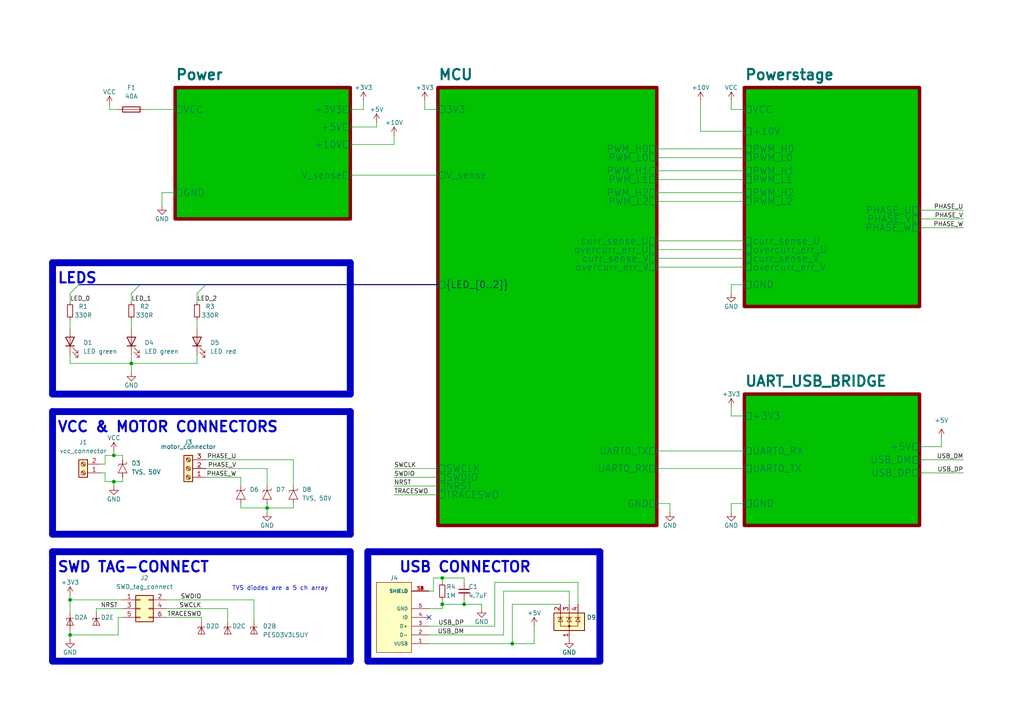
<source format=kicad_sch>
(kicad_sch (version 20211123) (generator eeschema)
  (paper "A4")
  (title_block (title "ESC - Main overview") (date "2022-07-21") (rev "1"))
  (lib_symbols
    (symbol "10118193-0001LF:10118193-0001LF" (pin_names (offset 1.016))
      (property "Reference" "J" (at -5.08 10.922 0))
      (property "Value" "10118193-0001LF" (at -5.08 -12.7 0))
      (symbol "10118193-0001LF_0_0"
        (rectangle (start -5.08 -10.16) (end 5.08 10.16) (stroke (width 0.1524)) (fill (type background)))
        (pin passive line (at -10.16 7.62 0) (length 5.08) (name "VUSB") (number "1"))
        (pin passive line (at -10.16 5.08 0) (length 5.08) (name "D-") (number "2"))
        (pin passive line (at -10.16 2.54 0) (length 5.08) (name "D+") (number "3"))
        (pin passive line (at -10.16 0 0) (length 5.08) (name "ID") (number "4"))
        (pin passive line (at -10.16 -2.54 0) (length 5.08) (name "GND") (number "5"))
        (pin passive line (at -10.16 -7.62 0) (length 5.08) (name "SHIELD") (number "S1"))
        (pin passive line (at -10.16 -7.62 0) (length 5.08) (name "SHIELD") (number "S2"))
        (pin passive line (at -10.16 -7.62 0) (length 5.08) (name "SHIELD") (number "S3"))
        (pin passive line (at -10.16 -7.62 0) (length 5.08) (name "SHIELD") (number "S4"))
        (pin passive line (at -10.16 -7.62 0) (length 5.08) (name "SHIELD") (number "S5"))
        (pin passive line (at -10.16 -7.62 0) (length 5.08) (name "SHIELD") (number "S6"))
      )
    )
    (symbol "Connector:Screw_Terminal_01x02" (pin_names (offset 1.016) hide)
      (property "Reference" "J" (at 0 2.54 0))
      (property "Value" "Screw_Terminal_01x02" (at 0 -5.08 0))
      (symbol "Screw_Terminal_01x02_1_1"
        (rectangle (start -1.27 1.27) (end 1.27 -3.81) (stroke (width 0.254)) (fill (type background)))
        (circle (center 0 -2.54) (radius 0.635) (stroke (width 0.1524)))
        (polyline (pts (xy -0.5334 -2.2098) (xy 0.3302 -3.048)) (stroke (width 0.1524)))
        (polyline (pts (xy -0.5334 0.3302) (xy 0.3302 -0.508)) (stroke (width 0.1524)))
        (polyline (pts (xy -0.3556 -2.032) (xy 0.508 -2.8702)) (stroke (width 0.1524)))
        (polyline (pts (xy -0.3556 0.508) (xy 0.508 -0.3302)) (stroke (width 0.1524)))
        (circle (center 0 0) (radius 0.635) (stroke (width 0.1524)))
        (pin passive line (at -5.08 0 0) (length 3.81) (name "Pin_1") (number "1"))
        (pin passive line (at -5.08 -2.54 0) (length 3.81) (name "Pin_2") (number "2"))
      )
    )
    (symbol "Connector:Screw_Terminal_01x03" (pin_names (offset 1.016) hide)
      (property "Reference" "J" (at 0 5.08 0))
      (property "Value" "Screw_Terminal_01x03" (at 0 -5.08 0))
      (symbol "Screw_Terminal_01x03_1_1"
        (rectangle (start -1.27 3.81) (end 1.27 -3.81) (stroke (width 0.254)) (fill (type background)))
        (circle (center 0 -2.54) (radius 0.635) (stroke (width 0.1524)))
        (polyline (pts (xy -0.5334 -2.2098) (xy 0.3302 -3.048)) (stroke (width 0.1524)))
        (polyline (pts (xy -0.5334 0.3302) (xy 0.3302 -0.508)) (stroke (width 0.1524)))
        (polyline (pts (xy -0.5334 2.8702) (xy 0.3302 2.032)) (stroke (width 0.1524)))
        (polyline (pts (xy -0.3556 -2.032) (xy 0.508 -2.8702)) (stroke (width 0.1524)))
        (polyline (pts (xy -0.3556 0.508) (xy 0.508 -0.3302)) (stroke (width 0.1524)))
        (polyline (pts (xy -0.3556 3.048) (xy 0.508 2.2098)) (stroke (width 0.1524)))
        (circle (center 0 0) (radius 0.635) (stroke (width 0.1524)))
        (circle (center 0 2.54) (radius 0.635) (stroke (width 0.1524)))
        (pin passive line (at -5.08 2.54 0) (length 3.81) (name "Pin_1") (number "1"))
        (pin passive line (at -5.08 0 0) (length 3.81) (name "Pin_2") (number "2"))
        (pin passive line (at -5.08 -2.54 0) (length 3.81) (name "Pin_3") (number "3"))
      )
    )
    (symbol "Connector_Generic:Conn_02x03_Odd_Even" (pin_names (offset 1.016) hide)
      (property "Reference" "J" (at 1.27 5.08 0))
      (property "Value" "Conn_02x03_Odd_Even" (at 1.27 -5.08 0))
      (symbol "Conn_02x03_Odd_Even_1_1"
        (rectangle (start -1.27 -2.413) (end 0 -2.667) (stroke (width 0.1524)))
        (rectangle (start -1.27 0.127) (end 0 -0.127) (stroke (width 0.1524)))
        (rectangle (start -1.27 2.667) (end 0 2.413) (stroke (width 0.1524)))
        (rectangle (start -1.27 3.81) (end 3.81 -3.81) (stroke (width 0.254)) (fill (type background)))
        (rectangle (start 3.81 -2.413) (end 2.54 -2.667) (stroke (width 0.1524)))
        (rectangle (start 3.81 0.127) (end 2.54 -0.127) (stroke (width 0.1524)))
        (rectangle (start 3.81 2.667) (end 2.54 2.413) (stroke (width 0.1524)))
        (pin passive line (at -5.08 2.54 0) (length 3.81) (name "Pin_1") (number "1"))
        (pin passive line (at 7.62 2.54 180) (length 3.81) (name "Pin_2") (number "2"))
        (pin passive line (at -5.08 0 0) (length 3.81) (name "Pin_3") (number "3"))
        (pin passive line (at 7.62 0 180) (length 3.81) (name "Pin_4") (number "4"))
        (pin passive line (at -5.08 -2.54 0) (length 3.81) (name "Pin_5") (number "5"))
        (pin passive line (at 7.62 -2.54 180) (length 3.81) (name "Pin_6") (number "6"))
      )
    )
    (symbol "Device:C_Small" (pin_numbers hide) (pin_names (offset 0.254) hide)
      (property "Reference" "C" (at 0.254 1.778 0))
      (property "Value" "C_Small" (at 0.254 -2.032 0))
      (symbol "C_Small_0_1"
        (polyline (pts (xy -1.524 -0.508) (xy 1.524 -0.508)) (stroke (width 0.3302)))
        (polyline (pts (xy -1.524 0.508) (xy 1.524 0.508)) (stroke (width 0.3048)))
      )
      (symbol "C_Small_1_1"
        (pin passive line (at 0 2.54 270) (length 2.032) (name "~") (number "1"))
        (pin passive line (at 0 -2.54 90) (length 2.032) (name "~") (number "2"))
      )
    )
    (symbol "Device:Fuse" (pin_numbers hide) (pin_names (offset 0))
      (property "Reference" "F" (at 2.032 0 90))
      (property "Value" "Fuse" (at -1.905 0 90))
      (symbol "Fuse_0_1"
        (rectangle (start -0.762 -2.54) (end 0.762 2.54) (stroke (width 0.254)))
        (polyline (pts (xy 0 2.54) (xy 0 -2.54)))
      )
      (symbol "Fuse_1_1"
        (pin passive line (at 0 3.81 270) (length 1.27) (name "~") (number "1"))
        (pin passive line (at 0 -3.81 90) (length 1.27) (name "~") (number "2"))
      )
    )
    (symbol "Device:LED" (pin_numbers hide) (pin_names (offset 1.016) hide)
      (property "Reference" "D" (at 0 2.54 0))
      (property "Value" "LED" (at 0 -2.54 0))
      (symbol "LED_0_1"
        (polyline (pts (xy -1.27 -1.27) (xy -1.27 1.27)) (stroke (width 0.254)))
        (polyline (pts (xy -1.27 0) (xy 1.27 0)))
        (polyline (pts (xy 1.27 -1.27) (xy 1.27 1.27) (xy -1.27 0) (xy 1.27 -1.27)) (stroke (width 0.254)))
        (polyline (pts (xy -3.048 -0.762) (xy -4.572 -2.286) (xy -3.81 -2.286) (xy -4.572 -2.286) (xy -4.572 -1.524)))
        (polyline (pts (xy -1.778 -0.762) (xy -3.302 -2.286) (xy -2.54 -2.286) (xy -3.302 -2.286) (xy -3.302 -1.524)))
      )
      (symbol "LED_1_1"
        (pin passive line (at -3.81 0 0) (length 2.54) (name "K") (number "1"))
        (pin passive line (at 3.81 0 180) (length 2.54) (name "A") (number "2"))
      )
    )
    (symbol "Device:R_Small" (pin_numbers hide) (pin_names (offset 0.254) hide)
      (property "Reference" "R" (at 0.762 0.508 0))
      (property "Value" "R_Small" (at 0.762 -1.016 0))
      (symbol "R_Small_0_1"
        (rectangle (start -0.762 1.778) (end 0.762 -1.778) (stroke (width 0.2032)))
      )
      (symbol "R_Small_1_1"
        (pin passive line (at 0 2.54 270) (length 0.762) (name "~") (number "1"))
        (pin passive line (at 0 -2.54 90) (length 0.762) (name "~") (number "2"))
      )
    )
    (symbol "Power_Protection:PESD3V3L5UY" (pin_numbers hide) (pin_names hide)
      (property "Reference" "D" (at 0 2.54 0))
      (property "Value" "PESD3V3L5UY" (at 0 -2.54 0))
      (symbol "PESD3V3L5UY_0_1"
        (polyline (pts (xy -1.016 0) (xy 1.016 0)))
        (polyline (pts (xy -1.016 1.016) (xy -1.016 -1.016) (xy -0.508 -1.016)))
        (polyline (pts (xy 1.016 1.016) (xy -1.016 0) (xy 1.016 -1.016) (xy 1.016 1.016)))
      )
      (symbol "PESD3V3L5UY_1_1"
        (pin passive line (at -2.54 0 0) (length 2.54) (name "K1") (number "1"))
        (pin passive line (at 2.54 0 180) (length 2.54) (name "A") (number "2"))
      )
      (symbol "PESD3V3L5UY_2_1"
        (pin passive line (at -2.54 0 0) (length 2.54) (name "K2") (number "3"))
      )
      (symbol "PESD3V3L5UY_3_1"
        (pin passive line (at -2.54 0 0) (length 2.54) (name "K3") (number "4"))
      )
      (symbol "PESD3V3L5UY_4_1"
        (pin passive line (at -2.54 0 0) (length 2.54) (name "K4") (number "5"))
      )
      (symbol "PESD3V3L5UY_5_1"
        (pin passive line (at -2.54 0 0) (length 2.54) (name "K5") (number "6"))
      )
    )
    (symbol "Power_Protection:SP0503BAHT" (pin_names hide)
      (property "Reference" "D" (at 5.715 2.54 0))
      (property "Value" "SP0503BAHT" (at 5.715 0.635 0))
      (symbol "SP0503BAHT_0_0"
        (pin passive line (at 0 -5.08 90) (length 2.54) (name "A") (number "1"))
      )
      (symbol "SP0503BAHT_0_1"
        (rectangle (start -4.445 2.54) (end 4.445 -2.54) (stroke (width 0.254)) (fill (type background)))
        (circle (center 0 -1.27) (radius 0.254) (fill (type outline)))
        (polyline (pts (xy -2.54 2.54) (xy -2.54 1.27)))
        (polyline (pts (xy 0 -1.27) (xy 0 -2.54)))
        (polyline (pts (xy 0 -1.27) (xy 0 1.27)))
        (polyline (pts (xy 0 2.54) (xy 0 1.27)))
        (polyline (pts (xy 0.635 1.27) (xy 0.762 1.27)))
        (polyline (pts (xy 2.54 2.54) (xy 2.54 1.27)))
        (polyline (pts (xy 0.635 1.27) (xy -0.762 1.27) (xy -0.762 1.016)))
        (polyline (pts (xy -3.302 1.016) (xy -3.302 1.27) (xy -1.905 1.27) (xy -1.778 1.27)))
        (polyline (pts (xy -2.54 1.27) (xy -2.54 -1.27) (xy 2.54 -1.27) (xy 2.54 1.27)))
        (polyline (pts (xy -2.54 1.27) (xy -1.905 0) (xy -3.175 0) (xy -2.54 1.27)))
        (polyline (pts (xy 0.635 0) (xy -0.635 0) (xy 0 1.27) (xy 0.635 0)))
        (polyline (pts (xy 1.778 1.016) (xy 1.778 1.27) (xy 3.175 1.27) (xy 3.302 1.27)))
        (polyline (pts (xy 2.54 1.27) (xy 1.905 0) (xy 3.175 0) (xy 2.54 1.27)))
      )
      (symbol "SP0503BAHT_1_1"
        (pin passive line (at -2.54 5.08 270) (length 2.54) (name "K") (number "2"))
        (pin passive line (at 0 5.08 270) (length 2.54) (name "K") (number "3"))
        (pin passive line (at 2.54 5.08 270) (length 2.54) (name "K") (number "4"))
      )
    )
    (symbol "power:+10V" (power) (pin_names (offset 0))
      (property "Value" "+10V" (at 0 3.556 0))
      (symbol "+10V_0_1"
        (polyline (pts (xy -0.762 1.27) (xy 0 2.54)))
        (polyline (pts (xy 0 0) (xy 0 2.54)))
        (polyline (pts (xy 0 2.54) (xy 0.762 1.27)))
      )
      (symbol "+10V_1_1"
        (pin power_in line (at 0 0 90) (length 0) hide (name "+10V") (number "1"))
      )
    )
    (symbol "power:+3V3" (power) (pin_names (offset 0))
      (property "Value" "+3V3" (at 0 3.556 0))
      (symbol "+3V3_0_1"
        (polyline (pts (xy -0.762 1.27) (xy 0 2.54)))
        (polyline (pts (xy 0 0) (xy 0 2.54)))
        (polyline (pts (xy 0 2.54) (xy 0.762 1.27)))
      )
      (symbol "+3V3_1_1"
        (pin power_in line (at 0 0 90) (length 0) hide (name "+3V3") (number "1"))
      )
    )
    (symbol "power:+5V" (power) (pin_names (offset 0))
      (property "Value" "+5V" (at 0 3.556 0))
      (symbol "+5V_0_1"
        (polyline (pts (xy -0.762 1.27) (xy 0 2.54)))
        (polyline (pts (xy 0 0) (xy 0 2.54)))
        (polyline (pts (xy 0 2.54) (xy 0.762 1.27)))
      )
      (symbol "+5V_1_1"
        (pin power_in line (at 0 0 90) (length 0) hide (name "+5V") (number "1"))
      )
    )
    (symbol "power:GND" (power) (pin_names (offset 0))
      (property "Value" "GND" (at 0 -3.81 0))
      (symbol "GND_0_1"
        (polyline (pts (xy 0 0) (xy 0 -1.27) (xy 1.27 -1.27) (xy 0 -2.54) (xy -1.27 -1.27) (xy 0 -1.27)))
      )
      (symbol "GND_1_1"
        (pin power_in line (at 0 0 270) (length 0) hide (name "GND") (number "1"))
      )
    )
    (symbol "power:VCC" (power) (pin_names (offset 0))
      (property "Value" "VCC" (at 0 3.81 0))
      (symbol "VCC_0_1"
        (polyline (pts (xy -0.762 1.27) (xy 0 2.54)))
        (polyline (pts (xy 0 0) (xy 0 2.54)))
        (polyline (pts (xy 0 2.54) (xy 0.762 1.27)))
      )
      (symbol "VCC_1_1"
        (pin power_in line (at 0 0 90) (length 0) hide (name "VCC") (number "1"))
      )
    )
    (symbol "tvs_diode:TVS_diode" (pin_numbers hide) (pin_names (offset 0) hide)
      (property "Reference" "D" (at 0 5.08 0))
      (property "Value" "TVS_diode" (at 0 3.81 0))
      (symbol "TVS_diode_0_1"
        (polyline (pts (xy -1.27 0) (xy -1.27 -1.016)))
        (polyline (pts (xy -1.27 0) (xy -1.27 1.016)))
        (polyline (pts (xy -1.27 0) (xy 1.27 -1.27)))
        (polyline (pts (xy -1.27 0) (xy 1.27 1.27)))
        (polyline (pts (xy -1.27 1.016) (xy -1.778 1.27)))
        (polyline (pts (xy -0.762 -1.27) (xy -1.27 -1.016)))
        (polyline (pts (xy 1.27 -1.27) (xy 1.27 1.27)))
      )
      (symbol "TVS_diode_1_1"
        (pin passive line (at -2.54 0 0) (length 1.27) (name "1") (number "1"))
        (pin passive line (at 2.54 0 180) (length 1.27) (name "2") (number "2"))
      )
    )
  )
  (junction (at 33.02 132.08))
  (junction (at 128.27 167.64))
  (junction (at 20.32 184.15))
  (junction (at 128.27 175.26))
  (junction (at 77.47 147.32))
  (junction (at 38.1 105.41))
  (junction (at 33.02 139.7))
  (junction (at 148.59 186.69))
  (junction (at 134.62 175.26))
  (junction (at 20.32 173.99))
  (no_connect (at 124.46 179.07))
  (bus_entry (at 40.64 82.55) (size -2.54 2.54))
  (bus_entry (at 59.69 82.55) (size -2.54 2.54))
  (bus_entry (at 22.86 82.55) (size -2.54 2.54))
  (wire (pts (xy 123.19 31.75) (xy 123.19 29.21)))
  (wire (pts (xy 148.59 175.26) (xy 148.59 186.69)))
  (wire (pts (xy 273.05 129.54) (xy 273.05 127)))
  (wire (pts (xy 127 143.51) (xy 114.3 143.51)))
  (wire (pts (xy 58.42 180.34) (xy 58.42 179.07)))
  (wire (pts (xy 194.31 148.59) (xy 194.31 146.05)))
  (wire (pts (xy 190.5 135.89) (xy 215.9 135.89)))
  (polyline (pts (xy 101.6 114.3) (xy 15.24 114.3)) (stroke (width 2) (type solid)))
  (wire (pts (xy 266.7 137.16) (xy 279.4 137.16)))
  (wire (pts (xy 190.5 49.53) (xy 215.9 49.53)))
  (wire (pts (xy 134.62 167.64) (xy 128.27 167.64)))
  (wire (pts (xy 128.27 167.64) (xy 128.27 168.91)))
  (wire (pts (xy 38.1 92.71) (xy 38.1 95.25)))
  (wire (pts (xy 124.46 171.45) (xy 125.73 171.45)))
  (wire (pts (xy 85.09 133.35) (xy 85.09 140.97)))
  (wire (pts (xy 20.32 172.72) (xy 20.32 173.99)))
  (wire (pts (xy 41.91 31.75) (xy 50.8 31.75)))
  (wire (pts (xy 30.48 139.7) (xy 33.02 139.7)))
  (wire (pts (xy 215.9 38.1) (xy 203.2 38.1)))
  (wire (pts (xy 50.8 55.88) (xy 46.99 55.88)))
  (wire (pts (xy 146.05 171.45) (xy 165.1 171.45)))
  (polyline (pts (xy 101.6 119.38) (xy 101.6 154.94)) (stroke (width 2) (type solid)))
  (polyline (pts (xy 101.6 154.94) (xy 15.24 154.94)) (stroke (width 2) (type solid)))
  (wire (pts (xy 20.32 85.09) (xy 20.32 87.63)))
  (wire (pts (xy 35.56 139.7) (xy 33.02 139.7)))
  (wire (pts (xy 105.41 31.75) (xy 101.6 31.75)))
  (wire (pts (xy 114.3 138.43) (xy 127 138.43)))
  (wire (pts (xy 38.1 105.41) (xy 20.32 105.41)))
  (wire (pts (xy 77.47 140.97) (xy 77.47 135.89)))
  (wire (pts (xy 30.48 134.62) (xy 30.48 132.08)))
  (wire (pts (xy 154.94 186.69) (xy 154.94 181.61)))
  (wire (pts (xy 101.6 41.91) (xy 114.3 41.91)))
  (wire (pts (xy 30.48 132.08) (xy 33.02 132.08)))
  (wire (pts (xy 34.29 179.07) (xy 35.56 179.07)))
  (bus (pts (xy 40.64 82.55) (xy 59.69 82.55)))
  (wire (pts (xy 190.5 77.47) (xy 215.9 77.47)))
  (wire (pts (xy 203.2 29.21) (xy 203.2 38.1)))
  (wire (pts (xy 34.29 31.75) (xy 31.75 31.75)))
  (wire (pts (xy 20.32 95.25) (xy 20.32 92.71)))
  (wire (pts (xy 143.51 168.91) (xy 167.64 168.91)))
  (wire (pts (xy 162.56 175.26) (xy 148.59 175.26)))
  (wire (pts (xy 57.15 92.71) (xy 57.15 95.25)))
  (wire (pts (xy 20.32 184.15) (xy 34.29 184.15)))
  (wire (pts (xy 124.46 184.15) (xy 146.05 184.15)))
  (polyline (pts (xy 106.68 191.77) (xy 173.99 191.77)) (stroke (width 2) (type solid)))
  (wire (pts (xy 128.27 176.53) (xy 128.27 175.26)))
  (wire (pts (xy 128.27 175.26) (xy 134.62 175.26)))
  (wire (pts (xy 30.48 137.16) (xy 30.48 139.7)))
  (wire (pts (xy 190.5 146.05) (xy 194.31 146.05)))
  (wire (pts (xy 167.64 168.91) (xy 167.64 175.26)))
  (wire (pts (xy 33.02 132.08) (xy 33.02 130.81)))
  (wire (pts (xy 57.15 105.41) (xy 57.15 102.87)))
  (polyline (pts (xy 101.6 191.77) (xy 15.24 191.77)) (stroke (width 2) (type solid)))
  (polyline (pts (xy 15.24 119.38) (xy 15.24 154.94)) (stroke (width 2) (type solid)))
  (bus (pts (xy 22.86 82.55) (xy 40.64 82.55)))
  (wire (pts (xy 57.15 85.09) (xy 57.15 87.63)))
  (wire (pts (xy 139.7 175.26) (xy 134.62 175.26)))
  (polyline (pts (xy 106.68 160.02) (xy 106.68 191.77)) (stroke (width 2) (type solid)))
  (wire (pts (xy 215.9 82.55) (xy 212.09 82.55)))
  (wire (pts (xy 190.5 69.85) (xy 215.9 69.85)))
  (wire (pts (xy 20.32 173.99) (xy 20.32 177.8)))
  (wire (pts (xy 114.3 140.97) (xy 127 140.97)))
  (wire (pts (xy 59.69 133.35) (xy 85.09 133.35)))
  (wire (pts (xy 212.09 120.65) (xy 215.9 120.65)))
  (wire (pts (xy 77.47 147.32) (xy 69.85 147.32)))
  (wire (pts (xy 190.5 55.88) (xy 215.9 55.88)))
  (polyline (pts (xy 101.6 160.02) (xy 101.6 191.77)) (stroke (width 2) (type solid)))
  (wire (pts (xy 190.5 74.93) (xy 215.9 74.93)))
  (wire (pts (xy 114.3 39.37) (xy 114.3 41.91)))
  (wire (pts (xy 215.9 146.05) (xy 212.09 146.05)))
  (wire (pts (xy 35.56 133.35) (xy 35.56 132.08)))
  (wire (pts (xy 59.69 135.89) (xy 77.47 135.89)))
  (wire (pts (xy 35.56 132.08) (xy 33.02 132.08)))
  (wire (pts (xy 134.62 168.91) (xy 134.62 167.64)))
  (wire (pts (xy 190.5 130.81) (xy 215.9 130.81)))
  (wire (pts (xy 20.32 105.41) (xy 20.32 102.87)))
  (wire (pts (xy 48.26 179.07) (xy 58.42 179.07)))
  (wire (pts (xy 212.09 146.05) (xy 212.09 148.59)))
  (wire (pts (xy 124.46 186.69) (xy 148.59 186.69)))
  (wire (pts (xy 20.32 182.88) (xy 20.32 184.15)))
  (wire (pts (xy 34.29 179.07) (xy 34.29 184.15)))
  (polyline (pts (xy 15.24 160.02) (xy 15.24 191.77)) (stroke (width 2) (type solid)))
  (wire (pts (xy 77.47 146.05) (xy 77.47 147.32)))
  (polyline (pts (xy 173.99 160.02) (xy 106.68 160.02)) (stroke (width 2) (type solid)))
  (wire (pts (xy 66.04 180.34) (xy 66.04 176.53)))
  (wire (pts (xy 20.32 184.15) (xy 20.32 185.42)))
  (wire (pts (xy 77.47 147.32) (xy 77.47 148.59)))
  (wire (pts (xy 212.09 29.21) (xy 212.09 31.75)))
  (polyline (pts (xy 173.99 191.77) (xy 173.99 160.02)) (stroke (width 2) (type solid)))
  (wire (pts (xy 109.22 35.56) (xy 109.22 36.83)))
  (wire (pts (xy 165.1 171.45) (xy 165.1 175.26)))
  (polyline (pts (xy 15.24 76.2) (xy 101.6 76.2)) (stroke (width 2) (type solid)))
  (wire (pts (xy 124.46 176.53) (xy 128.27 176.53)))
  (polyline (pts (xy 101.6 160.02) (xy 15.24 160.02)) (stroke (width 2) (type solid)))
  (wire (pts (xy 127 31.75) (xy 123.19 31.75)))
  (wire (pts (xy 105.41 29.21) (xy 105.41 31.75)))
  (wire (pts (xy 73.66 173.99) (xy 73.66 180.34)))
  (polyline (pts (xy 101.6 119.38) (xy 15.24 119.38)) (stroke (width 2) (type solid)))
  (wire (pts (xy 139.7 176.53) (xy 139.7 175.26)))
  (wire (pts (xy 38.1 102.87) (xy 38.1 105.41)))
  (wire (pts (xy 128.27 167.64) (xy 125.73 167.64)))
  (wire (pts (xy 134.62 175.26) (xy 134.62 173.99)))
  (wire (pts (xy 33.02 140.97) (xy 33.02 139.7)))
  (wire (pts (xy 190.5 52.07) (xy 215.9 52.07)))
  (wire (pts (xy 212.09 31.75) (xy 215.9 31.75)))
  (wire (pts (xy 46.99 55.88) (xy 46.99 59.69)))
  (wire (pts (xy 20.32 173.99) (xy 35.56 173.99)))
  (wire (pts (xy 266.7 133.35) (xy 279.4 133.35)))
  (wire (pts (xy 266.7 60.96) (xy 279.4 60.96)))
  (wire (pts (xy 266.7 63.5) (xy 279.4 63.5)))
  (bus (pts (xy 59.69 82.55) (xy 127 82.55)))
  (wire (pts (xy 38.1 85.09) (xy 38.1 87.63)))
  (wire (pts (xy 85.09 147.32) (xy 85.09 146.05)))
  (wire (pts (xy 27.94 176.53) (xy 27.94 177.8)))
  (wire (pts (xy 38.1 105.41) (xy 57.15 105.41)))
  (wire (pts (xy 190.5 45.72) (xy 215.9 45.72)))
  (wire (pts (xy 212.09 82.55) (xy 212.09 85.09)))
  (wire (pts (xy 128.27 175.26) (xy 128.27 173.99)))
  (wire (pts (xy 190.5 43.18) (xy 215.9 43.18)))
  (wire (pts (xy 190.5 58.42) (xy 215.9 58.42)))
  (wire (pts (xy 31.75 31.75) (xy 31.75 30.48)))
  (wire (pts (xy 114.3 135.89) (xy 127 135.89)))
  (wire (pts (xy 148.59 186.69) (xy 154.94 186.69)))
  (wire (pts (xy 125.73 167.64) (xy 125.73 171.45)))
  (wire (pts (xy 29.21 134.62) (xy 30.48 134.62)))
  (wire (pts (xy 59.69 138.43) (xy 69.85 138.43)))
  (wire (pts (xy 35.56 138.43) (xy 35.56 139.7)))
  (wire (pts (xy 143.51 168.91) (xy 143.51 181.61)))
  (wire (pts (xy 48.26 176.53) (xy 66.04 176.53)))
  (polyline (pts (xy 101.6 76.2) (xy 101.6 114.3)) (stroke (width 2) (type solid)))
  (wire (pts (xy 29.21 137.16) (xy 30.48 137.16)))
  (wire (pts (xy 69.85 147.32) (xy 69.85 146.05)))
  (wire (pts (xy 190.5 72.39) (xy 215.9 72.39)))
  (wire (pts (xy 146.05 171.45) (xy 146.05 184.15)))
  (wire (pts (xy 48.26 173.99) (xy 73.66 173.99)))
  (wire (pts (xy 101.6 36.83) (xy 109.22 36.83)))
  (wire (pts (xy 266.7 129.54) (xy 273.05 129.54)))
  (wire (pts (xy 101.6 50.8) (xy 127 50.8)))
  (wire (pts (xy 212.09 120.65) (xy 212.09 118.11)))
  (wire (pts (xy 69.85 138.43) (xy 69.85 140.97)))
  (wire (pts (xy 27.94 176.53) (xy 35.56 176.53)))
  (wire (pts (xy 266.7 66.04) (xy 279.4 66.04)))
  (wire (pts (xy 77.47 147.32) (xy 85.09 147.32)))
  (wire (pts (xy 124.46 181.61) (xy 143.51 181.61)))
  (polyline (pts (xy 15.24 76.2) (xy 15.24 114.3)) (stroke (width 2) (type solid)))
  (wire (pts (xy 38.1 105.41) (xy 38.1 107.95)))
  (text "USB CONNECTOR" (at 115.57 166.37 0) (effects (font (size 3 3) (thickness 0.6) bold) (justify left bottom)))
  (text "VCC & MOTOR CONNECTORS" (at 16.51 125.73 0) (effects (font (size 3 3) bold) (justify left bottom)))
  (text "LEDS" (at 16.51 82.55 0) (effects (font (size 3 3) (thickness 0.6) bold) (justify left bottom)))
  (text "SWD TAG-CONNECT" (at 16.51 166.37 0) (effects (font (size 3 3) bold) (justify left bottom)))
  (text "TVS diodes are a 5 ch array" (at 67.31 171.45 0) (effects (font (size 1.27 1.27)) (justify left bottom)))
  (label "SWCLK" (at 114.3 135.89 0))
  (label "LED_1" (at 38.1 87.63 0))
  (label "SWCLK" (at 58.42 176.53 180))
  (label "PHASE_V" (at 279.4 63.5 180))
  (label "PHASE_U" (at 68.58 133.35 180))
  (label "SWDIO" (at 114.3 138.43 0))
  (label "PHASE_W" (at 68.58 138.43 180))
  (label "LED_0" (at 20.32 87.63 0))
  (label "PHASE_V" (at 68.58 135.89 180))
  (label "NRST" (at 29.21 176.53 0))
  (label "PHASE_U" (at 279.4 60.96 180))
  (label "USB_DP" (at 134.62 181.61 180))
  (label "NRST" (at 114.3 140.97 0))
  (label "SWDIO" (at 58.42 173.99 180))
  (label "PHASE_W" (at 279.4 66.04 180))
  (label "TRACESWO" (at 114.3 143.51 0))
  (label "USB_DM" (at 134.62 184.15 180))
  (label "USB_DM" (at 279.4 133.35 180))
  (label "USB_DP" (at 279.4 137.16 180))
  (label "TRACESWO" (at 58.42 179.07 180))
  (label "LED_2" (at 57.15 87.63 0))
  (symbol (lib_id "power:+5V") (at 154.94 181.61 0) (unit 1)
    (property "Reference" "#PWR014" (effects hide))
    (property "Value" "+5V" (at 154.94 177.8 0))
  )
  (symbol (lib_id "Connector_Generic:Conn_02x03_Odd_Even") (at 40.64 176.53 0) (unit 1)
    (property "Reference" "J2" (at 41.91 167.64 0))
    (property "Value" "SWD_tag_connect" (at 41.91 170.18 0))
    (property "Footprint" "Connector:Tag-Connect_TC2030-IDC-FP_2x03_P1.27mm_Vertical" (effects hide))
  )
  (symbol (lib_id "tvs_diode:TVS_diode") (at 85.09 143.51 270) (unit 1)
    (property "Reference" "D8" (at 87.63 141.9859 90) (effects (justify left)))
    (property "Value" "TVS, 50V" (at 87.63 144.5259 90) (effects (justify left)))
    (property "Footprint" "Diode_SMD:D_SMA" (effects hide))
  )
  (symbol (lib_id "power:GND") (at 212.09 148.59 0) (unit 1)
    (property "Reference" "#PWR021" (effects hide))
    (property "Value" "GND" (at 212.09 152.4 0))
  )
  (symbol (lib_id "Device:LED") (at 38.1 99.06 90) (unit 1)
    (property "Reference" "D4" (at 41.91 99.3774 90) (effects (justify right)))
    (property "Value" "LED green" (at 41.91 101.9174 90) (effects (justify right)))
    (property "Footprint" "LED_SMD:LED_0603_1608Metric" (effects hide))
  )
  (symbol (lib_id "power:VCC") (at 33.02 130.81 0) (unit 1)
    (property "Reference" "#PWR04" (effects hide))
    (property "Value" "VCC" (at 33.02 127 0))
  )
  (symbol (lib_id "Power_Protection:PESD3V3L5UY") (at 58.42 182.88 270) (unit 4)
    (property "Reference" "D2" (at 59.69 181.61 90) (effects (justify left)))
    (property "Value" "PESD3V3L5UY" (effects hide))
    (property "Footprint" "Package_TO_SOT_SMD:SOT-363_SC-70-6" (effects hide))
    (property "Datasheet" "https://assets.nexperia.com/documents/data-sheet/PESDXL5UF_V_Y.pdf" (effects hide))
  )
  (symbol (lib_id "power:+3V3") (at 212.09 118.11 0) (unit 1)
    (property "Reference" "#PWR020" (effects hide))
    (property "Value" "+3V3" (at 212.09 114.3 0))
  )
  (symbol (lib_id "power:GND") (at 20.32 185.42 0) (unit 1)
    (property "Reference" "#PWR02" (effects hide))
    (property "Value" "GND" (at 20.32 189.23 0))
  )
  (symbol (lib_id "10118193-0001LF:10118193-0001LF") (at 114.3 179.07 180) (unit 1)
    (property "Reference" "J4" (at 114.3 167.64 0))
    (property "Value" "10118193-0001LF" (effects hide))
    (property "Footprint" "10118193-0001LF:FCI_10118193-0001LF" (effects hide))
    (property "DESCRIPTION" "Single Port 5 Contact Shielded SMT MICRO USB B-Type Receptacle" (effects hide))
    (property "MF" "Amphenol FCI" (effects hide))
    (property "AVAILABILITY" "Unavailable" (effects hide))
    (property "PACKAGE" "None" (effects hide))
    (property "MP" "10118193-0001LF" (effects hide))
    (property "PRICE" "None" (effects hide))
  )
  (symbol (lib_id "power:+10V") (at 203.2 29.21 0) (unit 1)
    (property "Reference" "#PWR017" (effects hide))
    (property "Value" "+10V" (at 203.2 25.4 0))
  )
  (symbol (lib_id "power:GND") (at 33.02 140.97 0) (unit 1)
    (property "Reference" "#PWR05" (effects hide))
    (property "Value" "GND" (at 33.02 144.78 0))
  )
  (symbol (lib_id "power:GND") (at 212.09 85.09 0) (unit 1)
    (property "Reference" "#PWR019" (effects hide))
    (property "Value" "GND" (at 212.09 88.9 0))
  )
  (symbol (lib_id "Power_Protection:PESD3V3L5UY") (at 20.32 180.34 270) (unit 1)
    (property "Reference" "D2" (at 21.59 179.07 90) (effects (justify left)))
    (property "Value" "PESD3V3L5UY" (effects hide))
    (property "Footprint" "Package_TO_SOT_SMD:SOT-363_SC-70-6" (effects hide))
    (property "Datasheet" "https://assets.nexperia.com/documents/data-sheet/PESDXL5UF_V_Y.pdf" (effects hide))
  )
  (symbol (lib_id "Device:R_Small") (at 38.1 90.17 0) (unit 1)
    (property "Reference" "R2" (at 41.91 88.9 0))
    (property "Value" "330R" (at 41.91 91.44 0))
    (property "Footprint" "Resistor_SMD:R_0603_1608Metric" (effects hide))
  )
  (symbol (lib_id "Connector:Screw_Terminal_01x02") (at 24.13 137.16 180) (unit 1)
    (property "Reference" "J1" (at 24.13 128.27 0))
    (property "Value" "vcc_connector" (at 24.13 130.81 0))
    (property "Footprint" "1714955:1714955" (effects hide))
    (property "Part no" "1714955" (effects hide))
  )
  (symbol (lib_id "tvs_diode:TVS_diode") (at 77.47 143.51 270) (unit 1)
    (property "Reference" "D7" (at 80.01 141.9859 90) (effects (justify left)))
    (property "Value" "TVS, 50V" (effects hide))
    (property "Footprint" "Diode_SMD:D_SMA" (effects hide))
  )
  (symbol (lib_id "power:GND") (at 194.31 148.59 0) (unit 1)
    (property "Reference" "#PWR016" (effects hide))
    (property "Value" "GND" (at 194.31 152.4 0))
  )
  (symbol (lib_id "power:+5V") (at 273.05 127 0) (unit 1)
    (property "Reference" "#PWR022" (effects hide))
    (property "Value" "+5V" (at 273.05 121.92 0))
  )
  (symbol (lib_id "power:GND") (at 46.99 59.69 0) (unit 1)
    (property "Reference" "#PWR07" (effects hide))
    (property "Value" "GND" (at 46.99 63.5 0))
  )
  (symbol (lib_id "power:VCC") (at 212.09 29.21 0) (unit 1)
    (property "Reference" "#PWR018" (effects hide))
    (property "Value" "VCC" (at 212.09 25.4 0))
  )
  (symbol (lib_id "power:GND") (at 77.47 148.59 0) (unit 1)
    (property "Reference" "#PWR08" (effects hide))
    (property "Value" "GND" (at 77.47 152.4 0))
  )
  (symbol (lib_id "Power_Protection:PESD3V3L5UY") (at 66.04 182.88 270) (unit 3)
    (property "Reference" "D2" (at 67.31 181.61 90) (effects (justify left)))
    (property "Value" "PESD3V3L5UY" (effects hide))
    (property "Footprint" "Package_TO_SOT_SMD:SOT-363_SC-70-6" (effects hide))
    (property "Datasheet" "https://assets.nexperia.com/documents/data-sheet/PESDXL5UF_V_Y.pdf" (effects hide))
  )
  (symbol (lib_id "power:GND") (at 139.7 176.53 0) (unit 1)
    (property "Reference" "#PWR013" (effects hide))
    (property "Value" "GND" (at 139.7 180.34 0))
  )
  (symbol (lib_id "Device:LED") (at 20.32 99.06 90) (unit 1)
    (property "Reference" "D1" (at 24.13 99.3774 90) (effects (justify right)))
    (property "Value" "LED green" (at 24.13 101.9174 90) (effects (justify right)))
    (property "Footprint" "LED_SMD:LED_0603_1608Metric" (effects hide))
  )
  (symbol (lib_id "Device:R_Small") (at 57.15 90.17 0) (unit 1)
    (property "Reference" "R3" (at 60.96 88.9 0))
    (property "Value" "330R" (at 60.96 91.44 0))
    (property "Footprint" "Resistor_SMD:R_0603_1608Metric" (effects hide))
  )
  (symbol (lib_id "Device:LED") (at 57.15 99.06 90) (unit 1)
    (property "Reference" "D5" (at 60.96 99.3774 90) (effects (justify right)))
    (property "Value" "LED red" (at 60.96 101.9174 90) (effects (justify right)))
    (property "Footprint" "LED_SMD:LED_0603_1608Metric" (effects hide))
  )
  (symbol (lib_id "power:GND") (at 165.1 185.42 0) (unit 1)
    (property "Reference" "#PWR015" (effects hide))
    (property "Value" "GND" (at 165.1 189.23 0))
  )
  (symbol (lib_id "power:+3V3") (at 105.41 29.21 0) (unit 1)
    (property "Reference" "#PWR09" (effects hide))
    (property "Value" "+3V3" (at 105.41 25.4 0))
  )
  (symbol (lib_id "Power_Protection:PESD3V3L5UY") (at 27.94 180.34 270) (unit 5)
    (property "Reference" "D2" (at 29.21 179.07 90) (effects (justify left)))
    (property "Value" "PESD3V3L5UY" (effects hide))
    (property "Footprint" "Package_TO_SOT_SMD:SOT-363_SC-70-6" (effects hide))
    (property "Datasheet" "https://assets.nexperia.com/documents/data-sheet/PESDXL5UF_V_Y.pdf" (effects hide))
  )
  (symbol (lib_id "power:VCC") (at 31.75 30.48 0) (unit 1)
    (property "Reference" "#PWR03" (effects hide))
    (property "Value" "VCC" (at 31.75 26.67 0))
  )
  (symbol (lib_id "Device:C_Small") (at 134.62 171.45 0) (unit 1)
    (property "Reference" "C1" (at 135.89 170.18 0) (effects (justify left)))
    (property "Value" "4.7uF" (at 135.89 172.72 0) (effects (justify left)))
    (property "Footprint" "Capacitor_SMD:C_0603_1608Metric" (effects hide))
  )
  (symbol (lib_id "power:GND") (at 38.1 107.95 0) (unit 1)
    (property "Reference" "#PWR06" (effects hide))
    (property "Value" "GND" (at 38.1 111.76 0))
  )
  (symbol (lib_id "Power_Protection:PESD3V3L5UY") (at 73.66 182.88 270) (unit 2)
    (property "Reference" "D2" (at 76.2 181.6099 90) (effects (justify left)))
    (property "Value" "PESD3V3L5UY" (at 76.2 184.1499 90) (effects (justify left)))
    (property "Footprint" "Package_TO_SOT_SMD:SOT-363_SC-70-6" (effects hide))
    (property "Datasheet" "https://assets.nexperia.com/documents/data-sheet/PESDXL5UF_V_Y.pdf" (effects hide))
    (property "Part no. " "PESD3V3L5UY,115" (effects hide))
  )
  (symbol (lib_id "Device:Fuse") (at 38.1 31.75 90) (unit 1)
    (property "Reference" "F1" (at 38.1 25.4 90))
    (property "Value" "40A" (at 38.1 27.94 90))
    (property "Footprint" "Fuse:Fuse_1206_3216Metric" (effects hide))
    (property "Datasheet" "https://belfuse.com/resources/datasheets/circuitprotection/ds-CP-0685P-series.pdf" (effects hide))
    (property "Part no " "0685P9400-01" (effects hide))
  )
  (symbol (lib_id "power:+3V3") (at 20.32 172.72 0) (unit 1)
    (property "Reference" "#PWR01" (effects hide))
    (property "Value" "+3V3" (at 20.32 168.91 0))
  )
  (symbol (lib_id "power:+10V") (at 114.3 39.37 0) (unit 1)
    (property "Reference" "#PWR011" (effects hide))
    (property "Value" "+10V" (at 114.3 35.56 0))
  )
  (symbol (lib_id "tvs_diode:TVS_diode") (at 69.85 143.51 270) (unit 1)
    (property "Reference" "D6" (at 72.39 141.9859 90) (effects (justify left)))
    (property "Value" "TVS, 50V" (effects hide))
    (property "Footprint" "Diode_SMD:D_SMA" (effects hide))
  )
  (symbol (lib_id "Device:R_Small") (at 128.27 171.45 0) (unit 1)
    (property "Reference" "R4" (at 130.81 170.18 0))
    (property "Value" "1M" (at 130.81 172.72 0))
    (property "Footprint" "Resistor_SMD:R_0603_1608Metric" (effects hide))
  )
  (symbol (lib_id "Device:R_Small") (at 20.32 90.17 0) (unit 1)
    (property "Reference" "R1" (at 24.13 88.9 0))
    (property "Value" "330R" (at 24.13 91.44 0))
    (property "Footprint" "Resistor_SMD:R_0603_1608Metric" (effects hide))
  )
  (symbol (lib_id "Connector:Screw_Terminal_01x03") (at 54.61 135.89 180) (unit 1)
    (property "Reference" "J3" (at 54.61 128.27 0))
    (property "Value" "motor_connector" (at 54.61 129.54 0))
    (property "Footprint" "796740-3:TE_796740-3" (effects hide))
    (property "Part no" "796740-3" (effects hide))
  )
  (symbol (lib_id "tvs_diode:TVS_diode") (at 35.56 135.89 270) (unit 1)
    (property "Reference" "D3" (at 38.1 134.3659 90) (effects (justify left)))
    (property "Value" "TVS, 50V" (at 38.1 136.9059 90) (effects (justify left)))
    (property "Footprint" "Diode_SMD:D_SMA" (effects hide))
  )
  (symbol (lib_id "Power_Protection:SP0503BAHT") (at 165.1 180.34 0) (unit 1)
    (property "Reference" "D9" (at 170.18 179.07 0) (effects (justify left)))
    (property "Value" "SP0503BAHT" (effects hide))
    (property "Footprint" "Package_TO_SOT_SMD:SOT-143" (effects hide))
    (property "Datasheet" "http://www.littelfuse.com/~/media/files/littelfuse/technical%20resources/documents/data%20sheets/sp05xxba.pdf" (effects hide))
  )
  (symbol (lib_id "power:+5V") (at 109.22 35.56 0) (unit 1)
    (property "Reference" "#PWR010" (effects hide))
    (property "Value" "+5V" (at 109.22 31.75 0))
  )
  (symbol (lib_id "power:+3V3") (at 123.19 29.21 0) (unit 1)
    (property "Reference" "#PWR012" (effects hide))
    (property "Value" "+3V3" (at 123.19 25.4 0))
  )
  (sheet (at 50.8 25.4) (size 50.8 38.1) (stroke (width 1)) (fill (color 0 194 0 1.0000))
    (property "Sheet name" "Power" (at 50.8 23.3996 0) (effects (font (size 3 3) bold) (justify left bottom)))
    (property "Sheet file" "Power.kicad_sch" (effects hide))
    (pin "+3V3" passive (at 101.6 31.75 0) (effects (font (size 2 2))))
    (pin "GND" passive (at 50.8 55.88 180) (effects (font (size 2 2))))
    (pin "VCC" passive (at 50.8 31.75 180) (effects (font (size 2 2))))
    (pin "+10V" passive (at 101.6 41.91 0) (effects (font (size 2 2))))
    (pin "V_sense" passive (at 101.6 50.8 0) (effects (font (size 2 2))))
    (pin "+5V" passive (at 101.6 36.83 0) (effects (font (size 2 2))))
  )
  (sheet (at 215.9 114.3) (size 50.8 38.1) (stroke (width 1)) (fill (color 0 194 0 1.0000))
    (property "Sheet name" "UART_USB_BRIDGE" (at 215.9 112.2996 0) (effects (font (size 3 3) bold) (justify left bottom)))
    (property "Sheet file" "UART_USB_BRIDGE.kicad_sch" (effects hide))
    (pin "+3V3" passive (at 215.9 120.65 180) (effects (font (size 2 2))))
    (pin "GND" passive (at 215.9 146.05 180) (effects (font (size 2 2))))
    (pin "+5V" passive (at 266.7 129.54 0) (effects (font (size 2 2))))
    (pin "UART0_RX" passive (at 215.9 130.81 180) (effects (font (size 2 2))))
    (pin "UART0_TX" passive (at 215.9 135.89 180) (effects (font (size 2 2))))
    (pin "USB_DM" passive (at 266.7 133.35 0) (effects (font (size 2 2))))
    (pin "USB_DP" passive (at 266.7 137.16 0) (effects (font (size 2 2))))
  )
  (sheet (at 215.9 25.4) (size 50.8 63.5) (stroke (width 1)) (fill (color 0 194 0 1.0000))
    (property "Sheet name" "Powerstage" (at 215.9 23.3996 0) (effects (font (size 3 3) bold) (justify left bottom)))
    (property "Sheet file" "Powerstage.kicad_sch" (effects hide))
    (pin "GND" passive (at 215.9 82.55 180) (effects (font (size 2 2))))
    (pin "+10V" passive (at 215.9 38.1 180) (effects (font (size 2 2))))
    (pin "VCC" passive (at 215.9 31.75 180) (effects (font (size 2 2))))
    (pin "curr_sense_U" passive (at 215.9 69.85 180) (effects (font (size 2 2))))
    (pin "overcurr_err_U" passive (at 215.9 72.39 180) (effects (font (size 2 2))))
    (pin "PHASE_U" passive (at 266.7 60.96 0) (effects (font (size 2 2))))
    (pin "curr_sense_V" passive (at 215.9 74.93 180) (effects (font (size 2 2))))
    (pin "overcurr_err_V" passive (at 215.9 77.47 180) (effects (font (size 2 2))))
    (pin "PHASE_V" passive (at 266.7 63.5 0) (effects (font (size 2 2))))
    (pin "PHASE_W" passive (at 266.7 66.04 0) (effects (font (size 2 2))))
    (pin "PWM_L2" passive (at 215.9 58.42 180) (effects (font (size 2 2))))
    (pin "PWM_H2" passive (at 215.9 55.88 180) (effects (font (size 2 2))))
    (pin "PWM_H0" passive (at 215.9 43.18 180) (effects (font (size 2 2))))
    (pin "PWM_L0" passive (at 215.9 45.72 180) (effects (font (size 2 2))))
    (pin "PWM_L1" passive (at 215.9 52.07 180) (effects (font (size 2 2))))
    (pin "PWM_H1" passive (at 215.9 49.53 180) (effects (font (size 2 2))))
  )
  (sheet (at 127 25.4) (size 63.5 127) (stroke (width 1)) (fill (color 0 194 0 1.0000))
    (property "Sheet name" "MCU" (at 127 23.3996 0) (effects (font (size 3 3) bold) (justify left bottom)))
    (property "Sheet file" "MCU.kicad_sch" (effects hide))
    (pin "{LED_[0..2]}" passive (at 127 82.55 180) (effects (font (size 2 2))))
    (pin "GND" passive (at 190.5 146.05 0) (effects (font (size 2 2))))
    (pin "3V3" passive (at 127 31.75 180) (effects (font (size 2 2))))
    (pin "curr_sense_U" passive (at 190.5 69.85 0) (effects (font (size 2 2))))
    (pin "curr_sense_V" passive (at 190.5 74.93 0) (effects (font (size 2 2))))
    (pin "overcurr_err_V" passive (at 190.5 77.47 0) (effects (font (size 2 2))))
    (pin "overcurr_err_U" passive (at 190.5 72.39 0) (effects (font (size 2 2))))
    (pin "V_sense" passive (at 127 50.8 180) (effects (font (size 2 2))))
    (pin "UART0_TX" passive (at 190.5 130.81 0) (effects (font (size 2 2))))
    (pin "UART0_RX" passive (at 190.5 135.89 0) (effects (font (size 2 2))))
    (pin "SWDIO" passive (at 127 138.43 180) (effects (font (size 2 2))))
    (pin "SWCLK" passive (at 127 135.89 180) (effects (font (size 2 2))))
    (pin "NRST" passive (at 127 140.97 180) (effects (font (size 2 2))))
    (pin "TRACESWO" passive (at 127 143.51 180) (effects (font (size 2 2))))
    (pin "PWM_L2" passive (at 190.5 58.42 0) (effects (font (size 2 2))))
    (pin "PWM_L1" passive (at 190.5 52.07 0) (effects (font (size 2 2))))
    (pin "PWM_H2" passive (at 190.5 55.88 0) (effects (font (size 2 2))))
    (pin "PWM_L0" passive (at 190.5 45.72 0) (effects (font (size 2 2))))
    (pin "PWM_H0" passive (at 190.5 43.18 0) (effects (font (size 2 2))))
    (pin "PWM_H1" passive (at 190.5 49.53 0) (effects (font (size 2 2))))
  )
)
</source>
